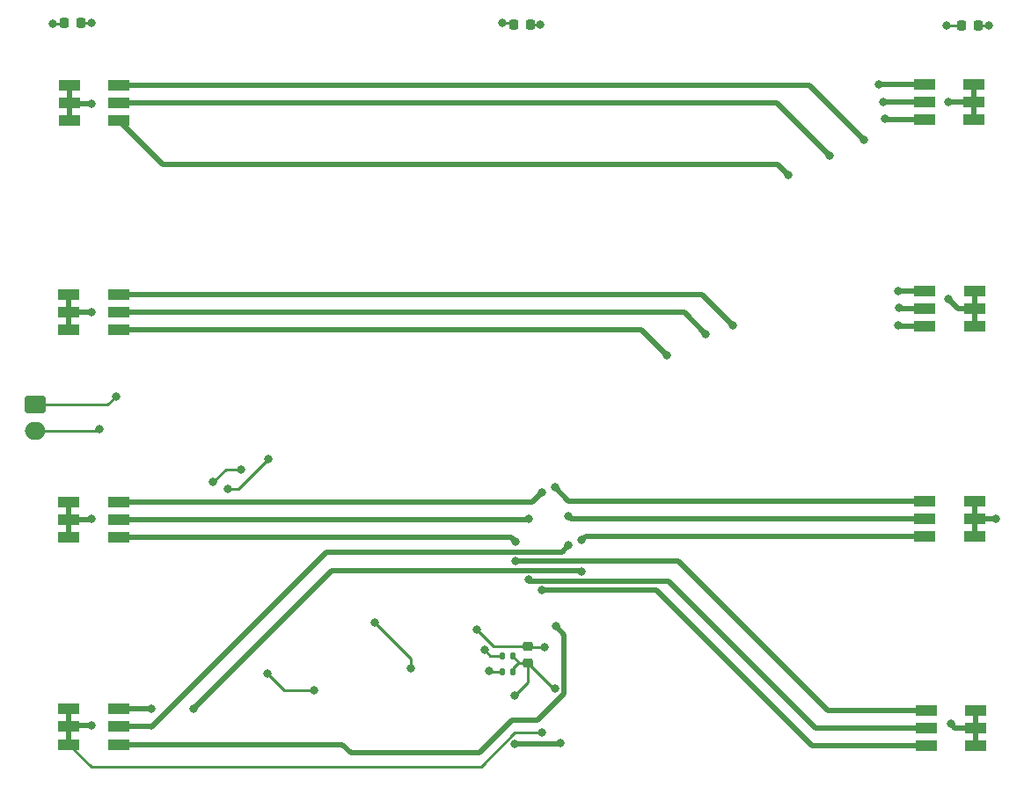
<source format=gbr>
%TF.GenerationSoftware,KiCad,Pcbnew,7.0.10-7.0.10~ubuntu22.04.1*%
%TF.CreationDate,2025-06-15T10:20:50+07:00*%
%TF.ProjectId,servermon,73657276-6572-46d6-9f6e-2e6b69636164,rev?*%
%TF.SameCoordinates,Original*%
%TF.FileFunction,Copper,L1,Top*%
%TF.FilePolarity,Positive*%
%FSLAX46Y46*%
G04 Gerber Fmt 4.6, Leading zero omitted, Abs format (unit mm)*
G04 Created by KiCad (PCBNEW 7.0.10-7.0.10~ubuntu22.04.1) date 2025-06-15 10:20:50*
%MOMM*%
%LPD*%
G01*
G04 APERTURE LIST*
G04 Aperture macros list*
%AMRoundRect*
0 Rectangle with rounded corners*
0 $1 Rounding radius*
0 $2 $3 $4 $5 $6 $7 $8 $9 X,Y pos of 4 corners*
0 Add a 4 corners polygon primitive as box body*
4,1,4,$2,$3,$4,$5,$6,$7,$8,$9,$2,$3,0*
0 Add four circle primitives for the rounded corners*
1,1,$1+$1,$2,$3*
1,1,$1+$1,$4,$5*
1,1,$1+$1,$6,$7*
1,1,$1+$1,$8,$9*
0 Add four rect primitives between the rounded corners*
20,1,$1+$1,$2,$3,$4,$5,0*
20,1,$1+$1,$4,$5,$6,$7,0*
20,1,$1+$1,$6,$7,$8,$9,0*
20,1,$1+$1,$8,$9,$2,$3,0*%
G04 Aperture macros list end*
%TA.AperFunction,SMDPad,CuDef*%
%ADD10RoundRect,0.218750X0.218750X0.256250X-0.218750X0.256250X-0.218750X-0.256250X0.218750X-0.256250X0*%
%TD*%
%TA.AperFunction,SMDPad,CuDef*%
%ADD11RoundRect,0.218750X-0.218750X-0.256250X0.218750X-0.256250X0.218750X0.256250X-0.218750X0.256250X0*%
%TD*%
%TA.AperFunction,SMDPad,CuDef*%
%ADD12RoundRect,0.135000X0.135000X0.185000X-0.135000X0.185000X-0.135000X-0.185000X0.135000X-0.185000X0*%
%TD*%
%TA.AperFunction,SMDPad,CuDef*%
%ADD13R,2.000000X1.100000*%
%TD*%
%TA.AperFunction,SMDPad,CuDef*%
%ADD14RoundRect,0.225000X0.250000X-0.225000X0.250000X0.225000X-0.250000X0.225000X-0.250000X-0.225000X0*%
%TD*%
%TA.AperFunction,ComponentPad*%
%ADD15RoundRect,0.250000X-0.750000X0.600000X-0.750000X-0.600000X0.750000X-0.600000X0.750000X0.600000X0*%
%TD*%
%TA.AperFunction,ComponentPad*%
%ADD16O,2.000000X1.700000*%
%TD*%
%TA.AperFunction,ViaPad*%
%ADD17C,0.800000*%
%TD*%
%TA.AperFunction,Conductor*%
%ADD18C,0.250000*%
%TD*%
%TA.AperFunction,Conductor*%
%ADD19C,0.500000*%
%TD*%
G04 APERTURE END LIST*
D10*
%TO.P,D9,1,K*%
%TO.N,Net-(D10-K)*%
X87274600Y-74523600D03*
%TO.P,D9,2,A*%
%TO.N,Net-(D9-A)*%
X85699600Y-74523600D03*
%TD*%
D11*
%TO.P,D11,1,K*%
%TO.N,Net-(D10-K)*%
X172050000Y-74726800D03*
%TO.P,D11,2,A*%
%TO.N,Net-(D11-A)*%
X173625000Y-74726800D03*
%TD*%
%TO.P,D10,1,K*%
%TO.N,Net-(D10-K)*%
X128945100Y-74625200D03*
%TO.P,D10,2,A*%
%TO.N,Net-(D10-A)*%
X130520100Y-74625200D03*
%TD*%
D12*
%TO.P,R2,1*%
%TO.N,Net-(J1-Pin_2)*%
X128830800Y-137007600D03*
%TO.P,R2,2*%
%TO.N,Net-(U1-SCLK)*%
X127810800Y-137007600D03*
%TD*%
%TO.P,R1,1*%
%TO.N,Net-(J1-Pin_2)*%
X128830800Y-135432800D03*
%TO.P,R1,2*%
%TO.N,Net-(U1-DIN)*%
X127810800Y-135432800D03*
%TD*%
D13*
%TO.P,D1,1,RK*%
%TO.N,Net-(D1-BK)*%
X86169200Y-80521600D03*
%TO.P,D1,2,GK*%
X86169200Y-82221600D03*
%TO.P,D1,3,BK*%
X86169200Y-83921600D03*
%TO.P,D1,4,BA*%
%TO.N,Net-(D1-BA)*%
X90969200Y-83921600D03*
%TO.P,D1,5,GA*%
%TO.N,Net-(D1-GA)*%
X90969200Y-82221600D03*
%TO.P,D1,6,RA*%
%TO.N,Net-(D1-RA)*%
X90969200Y-80521600D03*
%TD*%
%TO.P,D7,1,RK*%
%TO.N,Net-(D7-BK)*%
X173431200Y-144068800D03*
%TO.P,D7,2,GK*%
X173431200Y-142368800D03*
%TO.P,D7,3,BK*%
X173431200Y-140668800D03*
%TO.P,D7,4,BA*%
%TO.N,Net-(D1-BA)*%
X168631200Y-140668800D03*
%TO.P,D7,5,GA*%
%TO.N,Net-(D1-GA)*%
X168631200Y-142368800D03*
%TO.P,D7,6,RA*%
%TO.N,Net-(D1-RA)*%
X168631200Y-144068800D03*
%TD*%
%TO.P,D5,1,RK*%
%TO.N,Net-(D5-BK)*%
X173252800Y-83792800D03*
%TO.P,D5,2,GK*%
X173252800Y-82092800D03*
%TO.P,D5,3,BK*%
X173252800Y-80392800D03*
%TO.P,D5,4,BA*%
%TO.N,Net-(D1-BA)*%
X168452800Y-80392800D03*
%TO.P,D5,5,GA*%
%TO.N,Net-(D1-GA)*%
X168452800Y-82092800D03*
%TO.P,D5,6,RA*%
%TO.N,Net-(D1-RA)*%
X168452800Y-83792800D03*
%TD*%
%TO.P,D4,1,RK*%
%TO.N,Net-(D3-BK)*%
X86118400Y-140567200D03*
%TO.P,D4,2,GK*%
X86118400Y-142267200D03*
%TO.P,D4,3,BK*%
X86118400Y-143967200D03*
%TO.P,D4,4,BA*%
%TO.N,Net-(D2-BA)*%
X90918400Y-143967200D03*
%TO.P,D4,5,GA*%
%TO.N,Net-(D2-GA)*%
X90918400Y-142267200D03*
%TO.P,D4,6,RA*%
%TO.N,Net-(D2-RA)*%
X90918400Y-140567200D03*
%TD*%
%TO.P,D3,1,RK*%
%TO.N,Net-(D3-BK)*%
X86118400Y-120602800D03*
%TO.P,D3,2,GK*%
X86118400Y-122302800D03*
%TO.P,D3,3,BK*%
X86118400Y-124002800D03*
%TO.P,D3,4,BA*%
%TO.N,Net-(D1-BA)*%
X90918400Y-124002800D03*
%TO.P,D3,5,GA*%
%TO.N,Net-(D1-GA)*%
X90918400Y-122302800D03*
%TO.P,D3,6,RA*%
%TO.N,Net-(D1-RA)*%
X90918400Y-120602800D03*
%TD*%
%TO.P,D6,1,RK*%
%TO.N,Net-(D5-BK)*%
X173278800Y-103679200D03*
%TO.P,D6,2,GK*%
X173278800Y-101979200D03*
%TO.P,D6,3,BK*%
X173278800Y-100279200D03*
%TO.P,D6,4,BA*%
%TO.N,Net-(D2-BA)*%
X168478800Y-100279200D03*
%TO.P,D6,5,GA*%
%TO.N,Net-(D2-GA)*%
X168478800Y-101979200D03*
%TO.P,D6,6,RA*%
%TO.N,Net-(D2-RA)*%
X168478800Y-103679200D03*
%TD*%
%TO.P,D8,1,RK*%
%TO.N,Net-(D7-BK)*%
X173303600Y-123924800D03*
%TO.P,D8,2,GK*%
X173303600Y-122224800D03*
%TO.P,D8,3,BK*%
X173303600Y-120524800D03*
%TO.P,D8,4,BA*%
%TO.N,Net-(D2-BA)*%
X168503600Y-120524800D03*
%TO.P,D8,5,GA*%
%TO.N,Net-(D2-GA)*%
X168503600Y-122224800D03*
%TO.P,D8,6,RA*%
%TO.N,Net-(D2-RA)*%
X168503600Y-123924800D03*
%TD*%
%TO.P,D2,1,RK*%
%TO.N,Net-(D1-BK)*%
X86106000Y-100662000D03*
%TO.P,D2,2,GK*%
X86106000Y-102362000D03*
%TO.P,D2,3,BK*%
X86106000Y-104062000D03*
%TO.P,D2,4,BA*%
%TO.N,Net-(D2-BA)*%
X90906000Y-104062000D03*
%TO.P,D2,5,GA*%
%TO.N,Net-(D2-GA)*%
X90906000Y-102362000D03*
%TO.P,D2,6,RA*%
%TO.N,Net-(D2-RA)*%
X90906000Y-100662000D03*
%TD*%
D14*
%TO.P,C1,1*%
%TO.N,Net-(J1-Pin_2)*%
X130302000Y-136093200D03*
%TO.P,C1,2*%
%TO.N,Net-(D10-K)*%
X130302000Y-134543200D03*
%TD*%
D15*
%TO.P,J1,1,Pin_1*%
%TO.N,Net-(D10-K)*%
X82854800Y-111241200D03*
D16*
%TO.P,J1,2,Pin_2*%
%TO.N,Net-(J1-Pin_2)*%
X82854800Y-113741200D03*
%TD*%
D17*
%TO.N,Net-(D10-K)*%
X131927600Y-134569200D03*
X90678000Y-110439200D03*
X127812800Y-74523600D03*
X125374400Y-132943600D03*
X170637200Y-74726800D03*
X88290400Y-74523600D03*
%TO.N,Net-(D1-BK)*%
X119075200Y-136601200D03*
X88290400Y-82296000D03*
X88290400Y-102362000D03*
X115570000Y-132232400D03*
%TO.N,Net-(D1-BA)*%
X155397200Y-89103200D03*
X129133600Y-126288800D03*
X129133600Y-124409200D03*
X164084000Y-80416400D03*
%TO.N,Net-(D1-GA)*%
X159334200Y-87249000D03*
X130403600Y-122224800D03*
X164490400Y-82092800D03*
X130403600Y-128117600D03*
%TO.N,Net-(D1-RA)*%
X162636200Y-85725000D03*
X131673600Y-129082800D03*
X164642800Y-83718400D03*
X131673600Y-119684800D03*
%TO.N,Net-(D2-BA)*%
X132943600Y-119227600D03*
X132994400Y-132588000D03*
X143713200Y-106527600D03*
X165963600Y-100279200D03*
%TO.N,Net-(D2-GA)*%
X134213600Y-121970800D03*
X166014400Y-101904800D03*
X134213600Y-124815600D03*
X147447000Y-104470200D03*
%TO.N,Net-(D2-RA)*%
X98145600Y-140512800D03*
X94030800Y-140563600D03*
X135483600Y-127304800D03*
X135483600Y-124307600D03*
X150012400Y-103581200D03*
X165963600Y-103581200D03*
%TO.N,Net-(D3-BK)*%
X131673600Y-142849600D03*
X88341200Y-142138400D03*
X88290400Y-122275600D03*
%TO.N,Net-(D5-BK)*%
X170738800Y-101041200D03*
X170738800Y-82143600D03*
%TO.N,Net-(D7-BK)*%
X133451600Y-143865600D03*
X129032000Y-143916400D03*
X170992800Y-141986000D03*
X175310800Y-122224800D03*
%TO.N,Net-(U1-DIN)*%
X126136400Y-134874000D03*
%TO.N,Net-(U1-SCLK)*%
X126593600Y-136906000D03*
%TO.N,Net-(D9-A)*%
X84582000Y-74574400D03*
%TO.N,Net-(D10-A)*%
X131521200Y-74625200D03*
%TO.N,Net-(D11-A)*%
X174650400Y-74726800D03*
%TO.N,Net-(U2-SCL{slash}D1)*%
X101447600Y-119380000D03*
X105308400Y-116484400D03*
%TO.N,Net-(U2-SDA{slash}D2)*%
X102666800Y-117500400D03*
X100025200Y-118719600D03*
%TO.N,Net-(J1-Pin_2)*%
X109728000Y-138785600D03*
X132943600Y-138582400D03*
X105257600Y-137160000D03*
X89103200Y-113639600D03*
X129032000Y-139293600D03*
%TD*%
D18*
%TO.N,Net-(D11-A)*%
X174650400Y-74726800D02*
X173625000Y-74726800D01*
%TO.N,Net-(D10-K)*%
X170637200Y-74726800D02*
X172050000Y-74726800D01*
X87274600Y-74523600D02*
X88290400Y-74523600D01*
%TO.N,Net-(D9-A)*%
X84582000Y-74574400D02*
X85648800Y-74574400D01*
X85648800Y-74574400D02*
X85699600Y-74523600D01*
%TO.N,Net-(D10-K)*%
X127812800Y-74523600D02*
X128843500Y-74523600D01*
X128843500Y-74523600D02*
X128945100Y-74625200D01*
%TO.N,Net-(D10-A)*%
X131521200Y-74625200D02*
X130520100Y-74625200D01*
%TO.N,Net-(J1-Pin_2)*%
X129408600Y-136093200D02*
X128830800Y-136671000D01*
X128830800Y-136671000D02*
X128830800Y-137007600D01*
X129408600Y-136093200D02*
X129408600Y-136010600D01*
X129408600Y-136010600D02*
X128830800Y-135432800D01*
%TO.N,Net-(U1-SCLK)*%
X127810800Y-137007600D02*
X126695200Y-137007600D01*
X126695200Y-137007600D02*
X126593600Y-136906000D01*
%TO.N,Net-(U1-DIN)*%
X127810800Y-135432800D02*
X126695200Y-135432800D01*
X126695200Y-135432800D02*
X126136400Y-134874000D01*
%TO.N,Net-(D10-K)*%
X130302000Y-134543200D02*
X126974000Y-134543200D01*
X126974000Y-134543200D02*
X125374400Y-132943600D01*
X130328000Y-134569200D02*
X130302000Y-134543200D01*
X82854800Y-111241200D02*
X89876000Y-111241200D01*
X89876000Y-111241200D02*
X90678000Y-110439200D01*
X131927600Y-134569200D02*
X130328000Y-134569200D01*
D19*
%TO.N,Net-(D1-BK)*%
X86106000Y-104062000D02*
X86106000Y-102362000D01*
X86169200Y-82221600D02*
X86169200Y-80521600D01*
D18*
X119075200Y-135737600D02*
X115570000Y-132232400D01*
D19*
X86106000Y-102362000D02*
X88290400Y-102362000D01*
D18*
X119075200Y-136601200D02*
X119075200Y-135737600D01*
D19*
X86169200Y-83921600D02*
X86169200Y-82221600D01*
X86106000Y-102362000D02*
X86106000Y-100662000D01*
X88290400Y-82296000D02*
X86243600Y-82296000D01*
X86243600Y-82296000D02*
X86169200Y-82221600D01*
%TO.N,Net-(D1-BA)*%
X90969200Y-83921600D02*
X95146600Y-88099000D01*
X90918400Y-124002800D02*
X128727200Y-124002800D01*
X154393000Y-88099000D02*
X155397200Y-89103200D01*
X168452800Y-80392800D02*
X164107600Y-80392800D01*
X95146600Y-88099000D02*
X154393000Y-88099000D01*
X128727200Y-124002800D02*
X129133600Y-124409200D01*
X164107600Y-80392800D02*
X164084000Y-80416400D01*
X159160000Y-140668800D02*
X144780000Y-126288800D01*
X168631200Y-140668800D02*
X159160000Y-140668800D01*
X144780000Y-126288800D02*
X129133600Y-126288800D01*
%TO.N,Net-(D1-GA)*%
X143814800Y-128219200D02*
X130505200Y-128219200D01*
X157964400Y-142368800D02*
X143814800Y-128219200D01*
X130325600Y-122302800D02*
X130403600Y-122224800D01*
X90918400Y-122302800D02*
X130325600Y-122302800D01*
X168452800Y-82092800D02*
X164490400Y-82092800D01*
X154306800Y-82221600D02*
X159334200Y-87249000D01*
X130505200Y-128219200D02*
X130403600Y-128117600D01*
X90969200Y-82221600D02*
X154306800Y-82221600D01*
X168631200Y-142368800D02*
X157964400Y-142368800D01*
%TO.N,Net-(D1-RA)*%
X130755600Y-120602800D02*
X131673600Y-119684800D01*
X142697200Y-129082800D02*
X131673600Y-129082800D01*
X164717200Y-83792800D02*
X164642800Y-83718400D01*
X90969200Y-80521600D02*
X157432800Y-80521600D01*
X90918400Y-120602800D02*
X130755600Y-120602800D01*
X168631200Y-144068800D02*
X157683200Y-144068800D01*
X157683200Y-144068800D02*
X142697200Y-129082800D01*
X168452800Y-83792800D02*
X164717200Y-83792800D01*
X157432800Y-80521600D02*
X162636200Y-85725000D01*
%TO.N,Net-(D2-BA)*%
X141247600Y-104062000D02*
X143713200Y-106527600D01*
X90918400Y-143967200D02*
X112471200Y-143967200D01*
X125642000Y-144766400D02*
X128270000Y-142138400D01*
X133793600Y-139104000D02*
X133793600Y-133387200D01*
X90906000Y-104062000D02*
X141247600Y-104062000D01*
X133793600Y-133387200D02*
X132994400Y-132588000D01*
X168478800Y-100279200D02*
X165963600Y-100279200D01*
X168503600Y-120524800D02*
X134240800Y-120524800D01*
X134240800Y-120524800D02*
X132943600Y-119227600D01*
X128778000Y-141630400D02*
X131267200Y-141630400D01*
X112471200Y-143967200D02*
X113270400Y-144766400D01*
X131267200Y-141630400D02*
X133793600Y-139104000D01*
X128270000Y-142138400D02*
X128778000Y-141630400D01*
X113270400Y-144766400D02*
X125642000Y-144766400D01*
%TO.N,Net-(D2-GA)*%
X90906000Y-102362000D02*
X145338800Y-102362000D01*
X90918400Y-142267200D02*
X94058000Y-142267200D01*
X134467600Y-122224800D02*
X134213600Y-121970800D01*
X168605200Y-122326400D02*
X168503600Y-122224800D01*
X145338800Y-102362000D02*
X147447000Y-104470200D01*
X168478800Y-101979200D02*
X166088800Y-101979200D01*
X166088800Y-101979200D02*
X166014400Y-101904800D01*
X110933600Y-125438800D02*
X133590400Y-125438800D01*
X94058000Y-142267200D02*
X94081600Y-142290800D01*
X94081600Y-142290800D02*
X110933600Y-125438800D01*
X133590400Y-125438800D02*
X134213600Y-124815600D01*
X168503600Y-122224800D02*
X134467600Y-122224800D01*
%TO.N,Net-(D2-RA)*%
X168478800Y-103679200D02*
X166061600Y-103679200D01*
X135446400Y-127267600D02*
X135483600Y-127304800D01*
X168503600Y-123924800D02*
X135866400Y-123924800D01*
X135866400Y-123924800D02*
X135483600Y-124307600D01*
X90906000Y-100662000D02*
X147093200Y-100662000D01*
X94027200Y-140567200D02*
X94030800Y-140563600D01*
X166061600Y-103679200D02*
X165963600Y-103581200D01*
X147093200Y-100662000D02*
X150012400Y-103581200D01*
X98145600Y-140512800D02*
X111390800Y-127267600D01*
X90918400Y-140567200D02*
X94027200Y-140567200D01*
X111390800Y-127267600D02*
X135446400Y-127267600D01*
%TO.N,Net-(D3-BK)*%
X88341200Y-142138400D02*
X86247200Y-142138400D01*
X86247200Y-142138400D02*
X86118400Y-142267200D01*
X86118400Y-124002800D02*
X86118400Y-122302800D01*
X86118400Y-122302800D02*
X88263200Y-122302800D01*
X86118400Y-122302800D02*
X86118400Y-120602800D01*
X86118400Y-143967200D02*
X86118400Y-142267200D01*
X86118400Y-142267200D02*
X86118400Y-140567200D01*
X88263200Y-122302800D02*
X88290400Y-122275600D01*
D18*
X131673600Y-142849600D02*
X129073495Y-142849600D01*
X125780800Y-146142295D02*
X88293495Y-146142295D01*
X129073495Y-142849600D02*
X125780800Y-146142295D01*
X88293495Y-146142295D02*
X86118400Y-143967200D01*
D19*
%TO.N,Net-(D5-BK)*%
X173252800Y-80392800D02*
X173252800Y-82092800D01*
X173252800Y-82092800D02*
X170789600Y-82092800D01*
X173278800Y-101979200D02*
X171676800Y-101979200D01*
X170688000Y-82092800D02*
X170738800Y-82143600D01*
X170789600Y-82092800D02*
X170738800Y-82143600D01*
X173278800Y-100279200D02*
X173278800Y-101979200D01*
X173278800Y-103679200D02*
X173278800Y-101979200D01*
X173252800Y-82092800D02*
X173252800Y-83792800D01*
X171676800Y-101979200D02*
X170738800Y-101041200D01*
%TO.N,Net-(D7-BK)*%
X173252800Y-122275600D02*
X173303600Y-122224800D01*
X173431200Y-142368800D02*
X171375600Y-142368800D01*
X173303600Y-122224800D02*
X175310800Y-122224800D01*
X171375600Y-142368800D02*
X170992800Y-141986000D01*
X173431200Y-144068800D02*
X173431200Y-142368800D01*
X129032000Y-143916400D02*
X133400800Y-143916400D01*
X173431200Y-142368800D02*
X173431200Y-140668800D01*
X173303600Y-122224800D02*
X173303600Y-120524800D01*
X133400800Y-143916400D02*
X133451600Y-143865600D01*
X173303600Y-123924800D02*
X173303600Y-122224800D01*
D18*
%TO.N,Net-(U2-SCL{slash}D1)*%
X101447600Y-119380000D02*
X102412800Y-119380000D01*
X102412800Y-119380000D02*
X105308400Y-116484400D01*
%TO.N,Net-(U2-SDA{slash}D2)*%
X101244400Y-117500400D02*
X102666800Y-117500400D01*
X100025200Y-118719600D02*
X101244400Y-117500400D01*
%TO.N,Net-(J1-Pin_2)*%
X130302000Y-136093200D02*
X132791200Y-138582400D01*
X106883200Y-138785600D02*
X105257600Y-137160000D01*
X107696000Y-138785600D02*
X106883200Y-138785600D01*
X109728000Y-138785600D02*
X107696000Y-138785600D01*
X89001600Y-113741200D02*
X89103200Y-113639600D01*
X132791200Y-138582400D02*
X132943600Y-138582400D01*
X130302000Y-136093200D02*
X130302000Y-138023600D01*
X130302000Y-136093200D02*
X129408600Y-136093200D01*
X130302000Y-138023600D02*
X129032000Y-139293600D01*
X82854800Y-113741200D02*
X89001600Y-113741200D01*
%TD*%
M02*

</source>
